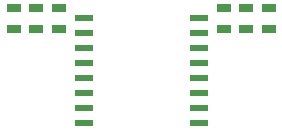
<source format=gbr>
G04 EAGLE Gerber RS-274X export*
G75*
%MOMM*%
%FSLAX34Y34*%
%LPD*%
%INSolderpaste Top*%
%IPPOS*%
%AMOC8*
5,1,8,0,0,1.08239X$1,22.5*%
G01*
%ADD10R,1.200000X0.800000*%
%ADD11R,1.650000X0.600000*%


D10*
X228600Y243950D03*
X228600Y225950D03*
X247650Y243950D03*
X247650Y225950D03*
X266700Y243950D03*
X266700Y225950D03*
X444500Y243950D03*
X444500Y225950D03*
X425450Y243950D03*
X425450Y225950D03*
X406400Y243950D03*
X406400Y225950D03*
D11*
X287800Y234950D03*
X287800Y222250D03*
X287800Y209550D03*
X287800Y196850D03*
X287800Y184150D03*
X287800Y171450D03*
X287800Y158750D03*
X287800Y146050D03*
X385300Y146050D03*
X385300Y158750D03*
X385300Y171450D03*
X385300Y184150D03*
X385300Y196850D03*
X385300Y209550D03*
X385300Y222250D03*
X385300Y234950D03*
M02*

</source>
